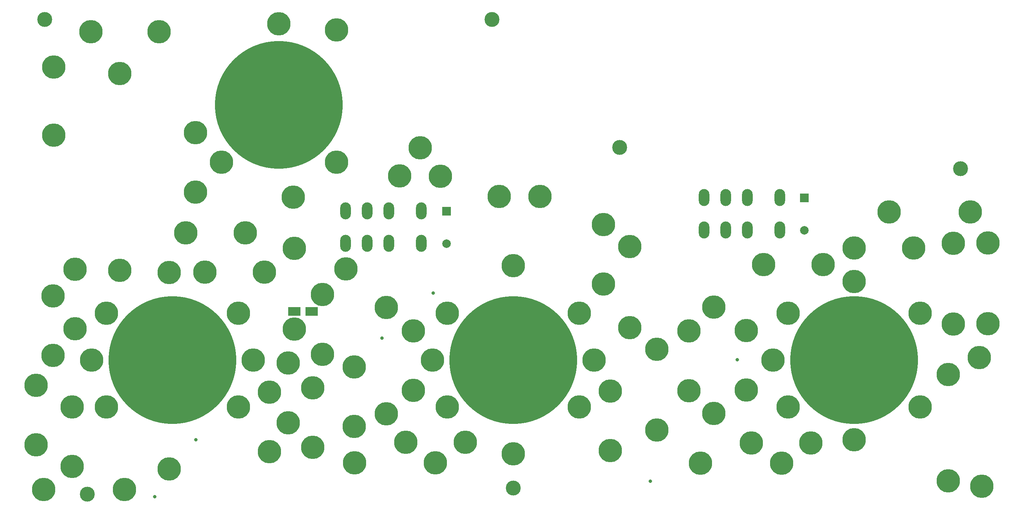
<source format=gbs>
G04 #@! TF.FileFunction,Soldermask,Bot*
%FSLAX46Y46*%
G04 Gerber Fmt 4.6, Leading zero omitted, Abs format (unit mm)*
G04 Created by KiCad (PCBNEW 4.0.5+dfsg1-4) date Sun May 14 19:10:16 2017*
%MOMM*%
%LPD*%
G01*
G04 APERTURE LIST*
%ADD10C,0.100000*%
%ADD11C,3.500000*%
%ADD12R,3.000000X2.000000*%
%ADD13C,0.800000*%
%ADD14C,5.500000*%
%ADD15C,30.000000*%
%ADD16R,2.000000X2.000000*%
%ADD17C,2.000000*%
%ADD18O,2.500000X4.000000*%
G04 APERTURE END LIST*
D10*
D11*
X85000000Y-216500000D03*
X185000000Y-215000000D03*
X290000000Y-140000000D03*
X210000000Y-135000000D03*
X180000000Y-105000000D03*
X75000000Y-105000000D03*
D12*
X133636000Y-173558200D03*
X137636000Y-173558200D03*
D13*
X100863400Y-217093800D03*
X166192200Y-169265600D03*
X154152600Y-179781200D03*
X237591600Y-184861200D03*
X110464600Y-203682600D03*
X217195400Y-213461600D03*
D14*
X249500000Y-174000000D03*
X246000000Y-185000000D03*
X280500000Y-196000000D03*
D15*
X265000000Y-185000000D03*
D14*
X249500000Y-196000000D03*
X280500000Y-174000000D03*
X247980600Y-209219800D03*
X228980600Y-209219800D03*
X294995600Y-214579200D03*
X212344000Y-158317800D03*
X212344000Y-177317800D03*
X85827600Y-107848400D03*
X101827600Y-107848400D03*
X110388400Y-131516600D03*
X110388400Y-145516600D03*
X264998200Y-166482600D03*
X264998200Y-203682600D03*
X104203500Y-164380500D03*
X104203500Y-210580500D03*
D16*
X253314200Y-146862800D03*
D17*
X253314200Y-154482800D03*
D18*
X229768400Y-154432000D03*
X234848400Y-154432000D03*
X247548400Y-154432000D03*
X247548400Y-146812000D03*
X234848400Y-146812000D03*
X229768400Y-146812000D03*
X239928400Y-146812000D03*
X239928400Y-154432000D03*
D14*
X181737000Y-146532600D03*
X191287400Y-146532600D03*
X163195000Y-135077200D03*
X143560800Y-107442000D03*
X243723400Y-162560000D03*
X257723400Y-162560000D03*
X108123200Y-155092400D03*
X122123200Y-155092400D03*
X264983200Y-158673800D03*
X278983200Y-158673800D03*
X239725200Y-177990500D03*
X239725200Y-191990500D03*
X226237800Y-192140600D03*
X226237800Y-178140600D03*
X240878600Y-204470000D03*
X254878600Y-204470000D03*
X207797400Y-192263000D03*
X207797400Y-206263000D03*
X206146400Y-153121600D03*
X206146400Y-167121600D03*
X161594800Y-178125600D03*
X161594800Y-192125600D03*
X147650200Y-200548000D03*
X147650200Y-186548000D03*
X159751000Y-204292200D03*
X173751000Y-204292200D03*
X127812800Y-192466200D03*
X127812800Y-206466200D03*
X112583200Y-164312600D03*
X126583200Y-164312600D03*
X140182600Y-183580800D03*
X140182600Y-169580800D03*
X76936600Y-169870600D03*
X76936600Y-183870600D03*
X294411400Y-184378600D03*
X288315400Y-157530800D03*
X288315400Y-176530800D03*
X232092500Y-172510400D03*
X232092500Y-197510400D03*
X218694000Y-182409700D03*
X218694000Y-201409700D03*
X155194000Y-172589800D03*
X155194000Y-197589800D03*
X166751000Y-209092800D03*
X147751000Y-209092800D03*
X133578600Y-158698800D03*
X133578600Y-177698800D03*
X93751800Y-215366600D03*
X74751800Y-215366600D03*
X92633800Y-117657200D03*
X92633800Y-163857200D03*
X132156200Y-185684400D03*
X132156200Y-199684400D03*
X81483200Y-209956400D03*
X81483200Y-195956400D03*
X137922000Y-191475600D03*
X137922000Y-205475600D03*
X82143600Y-163611800D03*
X82143600Y-177611800D03*
X72999600Y-190876400D03*
X72999600Y-204876400D03*
X77114400Y-132130800D03*
X77114400Y-116130800D03*
X169500000Y-174000000D03*
X166000000Y-185000000D03*
X200500000Y-196000000D03*
D15*
X185000000Y-185000000D03*
D14*
X169500000Y-196000000D03*
X200500000Y-174000000D03*
X204000000Y-185000000D03*
X89500000Y-174000000D03*
X86000000Y-185000000D03*
X120500000Y-196000000D03*
D15*
X105000000Y-185000000D03*
D14*
X89500000Y-196000000D03*
X120500000Y-174000000D03*
X124000000Y-185000000D03*
X287096200Y-188366400D03*
X287096200Y-213366400D03*
X273252800Y-150164800D03*
X292252800Y-150164800D03*
X185006000Y-162775200D03*
X185006000Y-206975200D03*
X296443400Y-176428800D03*
X296443400Y-157428800D03*
D16*
X169341800Y-150012400D03*
D17*
X169341800Y-157632400D03*
D18*
X145643600Y-157556200D03*
X150723600Y-157556200D03*
X163423600Y-157556200D03*
X163423600Y-149936200D03*
X150723600Y-149936200D03*
X145643600Y-149936200D03*
X155803600Y-149936200D03*
X155803600Y-157556200D03*
D14*
X145745200Y-163550600D03*
X158318200Y-141681200D03*
X133324600Y-146710400D03*
X167894000Y-141757400D03*
X130000000Y-106000000D03*
X116500000Y-138500000D03*
X143500000Y-138500000D03*
D15*
X130000000Y-125000000D03*
M02*

</source>
